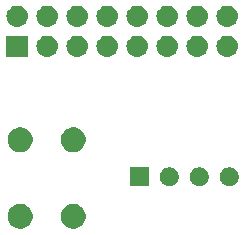
<source format=gbr>
G04 #@! TF.GenerationSoftware,KiCad,Pcbnew,(5.1.2)-1*
G04 #@! TF.CreationDate,2019-04-29T10:05:08+02:00*
G04 #@! TF.ProjectId,RPI FS HAT,52504920-4653-4204-9841-542e6b696361,1*
G04 #@! TF.SameCoordinates,Original*
G04 #@! TF.FileFunction,Soldermask,Bot*
G04 #@! TF.FilePolarity,Negative*
%FSLAX46Y46*%
G04 Gerber Fmt 4.6, Leading zero omitted, Abs format (unit mm)*
G04 Created by KiCad (PCBNEW (5.1.2)-1) date 2019-04-29 10:05:08*
%MOMM*%
%LPD*%
G04 APERTURE LIST*
%ADD10C,0.100000*%
G04 APERTURE END LIST*
D10*
G36*
X184257564Y-72186889D02*
G01*
X184448833Y-72266115D01*
X184448835Y-72266116D01*
X184620973Y-72381135D01*
X184767365Y-72527527D01*
X184882385Y-72699667D01*
X184961611Y-72890936D01*
X185002000Y-73093984D01*
X185002000Y-73301016D01*
X184961611Y-73504064D01*
X184882385Y-73695333D01*
X184882384Y-73695335D01*
X184767365Y-73867473D01*
X184620973Y-74013865D01*
X184448835Y-74128884D01*
X184448834Y-74128885D01*
X184448833Y-74128885D01*
X184257564Y-74208111D01*
X184054516Y-74248500D01*
X183847484Y-74248500D01*
X183644436Y-74208111D01*
X183453167Y-74128885D01*
X183453166Y-74128885D01*
X183453165Y-74128884D01*
X183281027Y-74013865D01*
X183134635Y-73867473D01*
X183019616Y-73695335D01*
X183019615Y-73695333D01*
X182940389Y-73504064D01*
X182900000Y-73301016D01*
X182900000Y-73093984D01*
X182940389Y-72890936D01*
X183019615Y-72699667D01*
X183134635Y-72527527D01*
X183281027Y-72381135D01*
X183453165Y-72266116D01*
X183453167Y-72266115D01*
X183644436Y-72186889D01*
X183847484Y-72146500D01*
X184054516Y-72146500D01*
X184257564Y-72186889D01*
X184257564Y-72186889D01*
G37*
G36*
X179757564Y-72186889D02*
G01*
X179948833Y-72266115D01*
X179948835Y-72266116D01*
X180120973Y-72381135D01*
X180267365Y-72527527D01*
X180382385Y-72699667D01*
X180461611Y-72890936D01*
X180502000Y-73093984D01*
X180502000Y-73301016D01*
X180461611Y-73504064D01*
X180382385Y-73695333D01*
X180382384Y-73695335D01*
X180267365Y-73867473D01*
X180120973Y-74013865D01*
X179948835Y-74128884D01*
X179948834Y-74128885D01*
X179948833Y-74128885D01*
X179757564Y-74208111D01*
X179554516Y-74248500D01*
X179347484Y-74248500D01*
X179144436Y-74208111D01*
X178953167Y-74128885D01*
X178953166Y-74128885D01*
X178953165Y-74128884D01*
X178781027Y-74013865D01*
X178634635Y-73867473D01*
X178519616Y-73695335D01*
X178519615Y-73695333D01*
X178440389Y-73504064D01*
X178400000Y-73301016D01*
X178400000Y-73093984D01*
X178440389Y-72890936D01*
X178519615Y-72699667D01*
X178634635Y-72527527D01*
X178781027Y-72381135D01*
X178953165Y-72266116D01*
X178953167Y-72266115D01*
X179144436Y-72186889D01*
X179347484Y-72146500D01*
X179554516Y-72146500D01*
X179757564Y-72186889D01*
X179757564Y-72186889D01*
G37*
G36*
X197401142Y-69079781D02*
G01*
X197546914Y-69140162D01*
X197546916Y-69140163D01*
X197678108Y-69227822D01*
X197789678Y-69339392D01*
X197877337Y-69470584D01*
X197877338Y-69470586D01*
X197937719Y-69616358D01*
X197968500Y-69771107D01*
X197968500Y-69928893D01*
X197937719Y-70083642D01*
X197877338Y-70229414D01*
X197877337Y-70229416D01*
X197789678Y-70360608D01*
X197678108Y-70472178D01*
X197546916Y-70559837D01*
X197546915Y-70559838D01*
X197546914Y-70559838D01*
X197401142Y-70620219D01*
X197246393Y-70651000D01*
X197088607Y-70651000D01*
X196933858Y-70620219D01*
X196788086Y-70559838D01*
X196788085Y-70559838D01*
X196788084Y-70559837D01*
X196656892Y-70472178D01*
X196545322Y-70360608D01*
X196457663Y-70229416D01*
X196457662Y-70229414D01*
X196397281Y-70083642D01*
X196366500Y-69928893D01*
X196366500Y-69771107D01*
X196397281Y-69616358D01*
X196457662Y-69470586D01*
X196457663Y-69470584D01*
X196545322Y-69339392D01*
X196656892Y-69227822D01*
X196788084Y-69140163D01*
X196788086Y-69140162D01*
X196933858Y-69079781D01*
X197088607Y-69049000D01*
X197246393Y-69049000D01*
X197401142Y-69079781D01*
X197401142Y-69079781D01*
G37*
G36*
X194861142Y-69079781D02*
G01*
X195006914Y-69140162D01*
X195006916Y-69140163D01*
X195138108Y-69227822D01*
X195249678Y-69339392D01*
X195337337Y-69470584D01*
X195337338Y-69470586D01*
X195397719Y-69616358D01*
X195428500Y-69771107D01*
X195428500Y-69928893D01*
X195397719Y-70083642D01*
X195337338Y-70229414D01*
X195337337Y-70229416D01*
X195249678Y-70360608D01*
X195138108Y-70472178D01*
X195006916Y-70559837D01*
X195006915Y-70559838D01*
X195006914Y-70559838D01*
X194861142Y-70620219D01*
X194706393Y-70651000D01*
X194548607Y-70651000D01*
X194393858Y-70620219D01*
X194248086Y-70559838D01*
X194248085Y-70559838D01*
X194248084Y-70559837D01*
X194116892Y-70472178D01*
X194005322Y-70360608D01*
X193917663Y-70229416D01*
X193917662Y-70229414D01*
X193857281Y-70083642D01*
X193826500Y-69928893D01*
X193826500Y-69771107D01*
X193857281Y-69616358D01*
X193917662Y-69470586D01*
X193917663Y-69470584D01*
X194005322Y-69339392D01*
X194116892Y-69227822D01*
X194248084Y-69140163D01*
X194248086Y-69140162D01*
X194393858Y-69079781D01*
X194548607Y-69049000D01*
X194706393Y-69049000D01*
X194861142Y-69079781D01*
X194861142Y-69079781D01*
G37*
G36*
X192321142Y-69079781D02*
G01*
X192466914Y-69140162D01*
X192466916Y-69140163D01*
X192598108Y-69227822D01*
X192709678Y-69339392D01*
X192797337Y-69470584D01*
X192797338Y-69470586D01*
X192857719Y-69616358D01*
X192888500Y-69771107D01*
X192888500Y-69928893D01*
X192857719Y-70083642D01*
X192797338Y-70229414D01*
X192797337Y-70229416D01*
X192709678Y-70360608D01*
X192598108Y-70472178D01*
X192466916Y-70559837D01*
X192466915Y-70559838D01*
X192466914Y-70559838D01*
X192321142Y-70620219D01*
X192166393Y-70651000D01*
X192008607Y-70651000D01*
X191853858Y-70620219D01*
X191708086Y-70559838D01*
X191708085Y-70559838D01*
X191708084Y-70559837D01*
X191576892Y-70472178D01*
X191465322Y-70360608D01*
X191377663Y-70229416D01*
X191377662Y-70229414D01*
X191317281Y-70083642D01*
X191286500Y-69928893D01*
X191286500Y-69771107D01*
X191317281Y-69616358D01*
X191377662Y-69470586D01*
X191377663Y-69470584D01*
X191465322Y-69339392D01*
X191576892Y-69227822D01*
X191708084Y-69140163D01*
X191708086Y-69140162D01*
X191853858Y-69079781D01*
X192008607Y-69049000D01*
X192166393Y-69049000D01*
X192321142Y-69079781D01*
X192321142Y-69079781D01*
G37*
G36*
X190348500Y-70651000D02*
G01*
X188746500Y-70651000D01*
X188746500Y-69049000D01*
X190348500Y-69049000D01*
X190348500Y-70651000D01*
X190348500Y-70651000D01*
G37*
G36*
X179757564Y-65686889D02*
G01*
X179948833Y-65766115D01*
X179948835Y-65766116D01*
X180120973Y-65881135D01*
X180267365Y-66027527D01*
X180382385Y-66199667D01*
X180461611Y-66390936D01*
X180502000Y-66593984D01*
X180502000Y-66801016D01*
X180461611Y-67004064D01*
X180382385Y-67195333D01*
X180382384Y-67195335D01*
X180267365Y-67367473D01*
X180120973Y-67513865D01*
X179948835Y-67628884D01*
X179948834Y-67628885D01*
X179948833Y-67628885D01*
X179757564Y-67708111D01*
X179554516Y-67748500D01*
X179347484Y-67748500D01*
X179144436Y-67708111D01*
X178953167Y-67628885D01*
X178953166Y-67628885D01*
X178953165Y-67628884D01*
X178781027Y-67513865D01*
X178634635Y-67367473D01*
X178519616Y-67195335D01*
X178519615Y-67195333D01*
X178440389Y-67004064D01*
X178400000Y-66801016D01*
X178400000Y-66593984D01*
X178440389Y-66390936D01*
X178519615Y-66199667D01*
X178634635Y-66027527D01*
X178781027Y-65881135D01*
X178953165Y-65766116D01*
X178953167Y-65766115D01*
X179144436Y-65686889D01*
X179347484Y-65646500D01*
X179554516Y-65646500D01*
X179757564Y-65686889D01*
X179757564Y-65686889D01*
G37*
G36*
X184257564Y-65686889D02*
G01*
X184448833Y-65766115D01*
X184448835Y-65766116D01*
X184620973Y-65881135D01*
X184767365Y-66027527D01*
X184882385Y-66199667D01*
X184961611Y-66390936D01*
X185002000Y-66593984D01*
X185002000Y-66801016D01*
X184961611Y-67004064D01*
X184882385Y-67195333D01*
X184882384Y-67195335D01*
X184767365Y-67367473D01*
X184620973Y-67513865D01*
X184448835Y-67628884D01*
X184448834Y-67628885D01*
X184448833Y-67628885D01*
X184257564Y-67708111D01*
X184054516Y-67748500D01*
X183847484Y-67748500D01*
X183644436Y-67708111D01*
X183453167Y-67628885D01*
X183453166Y-67628885D01*
X183453165Y-67628884D01*
X183281027Y-67513865D01*
X183134635Y-67367473D01*
X183019616Y-67195335D01*
X183019615Y-67195333D01*
X182940389Y-67004064D01*
X182900000Y-66801016D01*
X182900000Y-66593984D01*
X182940389Y-66390936D01*
X183019615Y-66199667D01*
X183134635Y-66027527D01*
X183281027Y-65881135D01*
X183453165Y-65766116D01*
X183453167Y-65766115D01*
X183644436Y-65686889D01*
X183847484Y-65646500D01*
X184054516Y-65646500D01*
X184257564Y-65686889D01*
X184257564Y-65686889D01*
G37*
G36*
X189467443Y-57906519D02*
G01*
X189533627Y-57913037D01*
X189703466Y-57964557D01*
X189859991Y-58048222D01*
X189895729Y-58077552D01*
X189997186Y-58160814D01*
X190080448Y-58262271D01*
X190109778Y-58298009D01*
X190193443Y-58454534D01*
X190244963Y-58624373D01*
X190262359Y-58801000D01*
X190244963Y-58977627D01*
X190193443Y-59147466D01*
X190109778Y-59303991D01*
X190080448Y-59339729D01*
X189997186Y-59441186D01*
X189895729Y-59524448D01*
X189859991Y-59553778D01*
X189703466Y-59637443D01*
X189533627Y-59688963D01*
X189467443Y-59695481D01*
X189401260Y-59702000D01*
X189312740Y-59702000D01*
X189246557Y-59695481D01*
X189180373Y-59688963D01*
X189010534Y-59637443D01*
X188854009Y-59553778D01*
X188818271Y-59524448D01*
X188716814Y-59441186D01*
X188633552Y-59339729D01*
X188604222Y-59303991D01*
X188520557Y-59147466D01*
X188469037Y-58977627D01*
X188451641Y-58801000D01*
X188469037Y-58624373D01*
X188520557Y-58454534D01*
X188604222Y-58298009D01*
X188633552Y-58262271D01*
X188716814Y-58160814D01*
X188818271Y-58077552D01*
X188854009Y-58048222D01*
X189010534Y-57964557D01*
X189180373Y-57913037D01*
X189246557Y-57906519D01*
X189312740Y-57900000D01*
X189401260Y-57900000D01*
X189467443Y-57906519D01*
X189467443Y-57906519D01*
G37*
G36*
X180098000Y-59702000D02*
G01*
X178296000Y-59702000D01*
X178296000Y-57900000D01*
X180098000Y-57900000D01*
X180098000Y-59702000D01*
X180098000Y-59702000D01*
G37*
G36*
X181847443Y-57906519D02*
G01*
X181913627Y-57913037D01*
X182083466Y-57964557D01*
X182239991Y-58048222D01*
X182275729Y-58077552D01*
X182377186Y-58160814D01*
X182460448Y-58262271D01*
X182489778Y-58298009D01*
X182573443Y-58454534D01*
X182624963Y-58624373D01*
X182642359Y-58801000D01*
X182624963Y-58977627D01*
X182573443Y-59147466D01*
X182489778Y-59303991D01*
X182460448Y-59339729D01*
X182377186Y-59441186D01*
X182275729Y-59524448D01*
X182239991Y-59553778D01*
X182083466Y-59637443D01*
X181913627Y-59688963D01*
X181847443Y-59695481D01*
X181781260Y-59702000D01*
X181692740Y-59702000D01*
X181626557Y-59695481D01*
X181560373Y-59688963D01*
X181390534Y-59637443D01*
X181234009Y-59553778D01*
X181198271Y-59524448D01*
X181096814Y-59441186D01*
X181013552Y-59339729D01*
X180984222Y-59303991D01*
X180900557Y-59147466D01*
X180849037Y-58977627D01*
X180831641Y-58801000D01*
X180849037Y-58624373D01*
X180900557Y-58454534D01*
X180984222Y-58298009D01*
X181013552Y-58262271D01*
X181096814Y-58160814D01*
X181198271Y-58077552D01*
X181234009Y-58048222D01*
X181390534Y-57964557D01*
X181560373Y-57913037D01*
X181626557Y-57906519D01*
X181692740Y-57900000D01*
X181781260Y-57900000D01*
X181847443Y-57906519D01*
X181847443Y-57906519D01*
G37*
G36*
X186927443Y-57906519D02*
G01*
X186993627Y-57913037D01*
X187163466Y-57964557D01*
X187319991Y-58048222D01*
X187355729Y-58077552D01*
X187457186Y-58160814D01*
X187540448Y-58262271D01*
X187569778Y-58298009D01*
X187653443Y-58454534D01*
X187704963Y-58624373D01*
X187722359Y-58801000D01*
X187704963Y-58977627D01*
X187653443Y-59147466D01*
X187569778Y-59303991D01*
X187540448Y-59339729D01*
X187457186Y-59441186D01*
X187355729Y-59524448D01*
X187319991Y-59553778D01*
X187163466Y-59637443D01*
X186993627Y-59688963D01*
X186927443Y-59695481D01*
X186861260Y-59702000D01*
X186772740Y-59702000D01*
X186706557Y-59695481D01*
X186640373Y-59688963D01*
X186470534Y-59637443D01*
X186314009Y-59553778D01*
X186278271Y-59524448D01*
X186176814Y-59441186D01*
X186093552Y-59339729D01*
X186064222Y-59303991D01*
X185980557Y-59147466D01*
X185929037Y-58977627D01*
X185911641Y-58801000D01*
X185929037Y-58624373D01*
X185980557Y-58454534D01*
X186064222Y-58298009D01*
X186093552Y-58262271D01*
X186176814Y-58160814D01*
X186278271Y-58077552D01*
X186314009Y-58048222D01*
X186470534Y-57964557D01*
X186640373Y-57913037D01*
X186706557Y-57906519D01*
X186772740Y-57900000D01*
X186861260Y-57900000D01*
X186927443Y-57906519D01*
X186927443Y-57906519D01*
G37*
G36*
X192007443Y-57906519D02*
G01*
X192073627Y-57913037D01*
X192243466Y-57964557D01*
X192399991Y-58048222D01*
X192435729Y-58077552D01*
X192537186Y-58160814D01*
X192620448Y-58262271D01*
X192649778Y-58298009D01*
X192733443Y-58454534D01*
X192784963Y-58624373D01*
X192802359Y-58801000D01*
X192784963Y-58977627D01*
X192733443Y-59147466D01*
X192649778Y-59303991D01*
X192620448Y-59339729D01*
X192537186Y-59441186D01*
X192435729Y-59524448D01*
X192399991Y-59553778D01*
X192243466Y-59637443D01*
X192073627Y-59688963D01*
X192007443Y-59695481D01*
X191941260Y-59702000D01*
X191852740Y-59702000D01*
X191786557Y-59695481D01*
X191720373Y-59688963D01*
X191550534Y-59637443D01*
X191394009Y-59553778D01*
X191358271Y-59524448D01*
X191256814Y-59441186D01*
X191173552Y-59339729D01*
X191144222Y-59303991D01*
X191060557Y-59147466D01*
X191009037Y-58977627D01*
X190991641Y-58801000D01*
X191009037Y-58624373D01*
X191060557Y-58454534D01*
X191144222Y-58298009D01*
X191173552Y-58262271D01*
X191256814Y-58160814D01*
X191358271Y-58077552D01*
X191394009Y-58048222D01*
X191550534Y-57964557D01*
X191720373Y-57913037D01*
X191786557Y-57906519D01*
X191852740Y-57900000D01*
X191941260Y-57900000D01*
X192007443Y-57906519D01*
X192007443Y-57906519D01*
G37*
G36*
X194547443Y-57906519D02*
G01*
X194613627Y-57913037D01*
X194783466Y-57964557D01*
X194939991Y-58048222D01*
X194975729Y-58077552D01*
X195077186Y-58160814D01*
X195160448Y-58262271D01*
X195189778Y-58298009D01*
X195273443Y-58454534D01*
X195324963Y-58624373D01*
X195342359Y-58801000D01*
X195324963Y-58977627D01*
X195273443Y-59147466D01*
X195189778Y-59303991D01*
X195160448Y-59339729D01*
X195077186Y-59441186D01*
X194975729Y-59524448D01*
X194939991Y-59553778D01*
X194783466Y-59637443D01*
X194613627Y-59688963D01*
X194547443Y-59695481D01*
X194481260Y-59702000D01*
X194392740Y-59702000D01*
X194326557Y-59695481D01*
X194260373Y-59688963D01*
X194090534Y-59637443D01*
X193934009Y-59553778D01*
X193898271Y-59524448D01*
X193796814Y-59441186D01*
X193713552Y-59339729D01*
X193684222Y-59303991D01*
X193600557Y-59147466D01*
X193549037Y-58977627D01*
X193531641Y-58801000D01*
X193549037Y-58624373D01*
X193600557Y-58454534D01*
X193684222Y-58298009D01*
X193713552Y-58262271D01*
X193796814Y-58160814D01*
X193898271Y-58077552D01*
X193934009Y-58048222D01*
X194090534Y-57964557D01*
X194260373Y-57913037D01*
X194326557Y-57906519D01*
X194392740Y-57900000D01*
X194481260Y-57900000D01*
X194547443Y-57906519D01*
X194547443Y-57906519D01*
G37*
G36*
X197087443Y-57906519D02*
G01*
X197153627Y-57913037D01*
X197323466Y-57964557D01*
X197479991Y-58048222D01*
X197515729Y-58077552D01*
X197617186Y-58160814D01*
X197700448Y-58262271D01*
X197729778Y-58298009D01*
X197813443Y-58454534D01*
X197864963Y-58624373D01*
X197882359Y-58801000D01*
X197864963Y-58977627D01*
X197813443Y-59147466D01*
X197729778Y-59303991D01*
X197700448Y-59339729D01*
X197617186Y-59441186D01*
X197515729Y-59524448D01*
X197479991Y-59553778D01*
X197323466Y-59637443D01*
X197153627Y-59688963D01*
X197087443Y-59695481D01*
X197021260Y-59702000D01*
X196932740Y-59702000D01*
X196866557Y-59695481D01*
X196800373Y-59688963D01*
X196630534Y-59637443D01*
X196474009Y-59553778D01*
X196438271Y-59524448D01*
X196336814Y-59441186D01*
X196253552Y-59339729D01*
X196224222Y-59303991D01*
X196140557Y-59147466D01*
X196089037Y-58977627D01*
X196071641Y-58801000D01*
X196089037Y-58624373D01*
X196140557Y-58454534D01*
X196224222Y-58298009D01*
X196253552Y-58262271D01*
X196336814Y-58160814D01*
X196438271Y-58077552D01*
X196474009Y-58048222D01*
X196630534Y-57964557D01*
X196800373Y-57913037D01*
X196866557Y-57906519D01*
X196932740Y-57900000D01*
X197021260Y-57900000D01*
X197087443Y-57906519D01*
X197087443Y-57906519D01*
G37*
G36*
X184387443Y-57906519D02*
G01*
X184453627Y-57913037D01*
X184623466Y-57964557D01*
X184779991Y-58048222D01*
X184815729Y-58077552D01*
X184917186Y-58160814D01*
X185000448Y-58262271D01*
X185029778Y-58298009D01*
X185113443Y-58454534D01*
X185164963Y-58624373D01*
X185182359Y-58801000D01*
X185164963Y-58977627D01*
X185113443Y-59147466D01*
X185029778Y-59303991D01*
X185000448Y-59339729D01*
X184917186Y-59441186D01*
X184815729Y-59524448D01*
X184779991Y-59553778D01*
X184623466Y-59637443D01*
X184453627Y-59688963D01*
X184387443Y-59695481D01*
X184321260Y-59702000D01*
X184232740Y-59702000D01*
X184166557Y-59695481D01*
X184100373Y-59688963D01*
X183930534Y-59637443D01*
X183774009Y-59553778D01*
X183738271Y-59524448D01*
X183636814Y-59441186D01*
X183553552Y-59339729D01*
X183524222Y-59303991D01*
X183440557Y-59147466D01*
X183389037Y-58977627D01*
X183371641Y-58801000D01*
X183389037Y-58624373D01*
X183440557Y-58454534D01*
X183524222Y-58298009D01*
X183553552Y-58262271D01*
X183636814Y-58160814D01*
X183738271Y-58077552D01*
X183774009Y-58048222D01*
X183930534Y-57964557D01*
X184100373Y-57913037D01*
X184166557Y-57906519D01*
X184232740Y-57900000D01*
X184321260Y-57900000D01*
X184387443Y-57906519D01*
X184387443Y-57906519D01*
G37*
G36*
X192007442Y-55366518D02*
G01*
X192073627Y-55373037D01*
X192243466Y-55424557D01*
X192399991Y-55508222D01*
X192435729Y-55537552D01*
X192537186Y-55620814D01*
X192620448Y-55722271D01*
X192649778Y-55758009D01*
X192733443Y-55914534D01*
X192784963Y-56084373D01*
X192802359Y-56261000D01*
X192784963Y-56437627D01*
X192733443Y-56607466D01*
X192649778Y-56763991D01*
X192620448Y-56799729D01*
X192537186Y-56901186D01*
X192435729Y-56984448D01*
X192399991Y-57013778D01*
X192243466Y-57097443D01*
X192073627Y-57148963D01*
X192007443Y-57155481D01*
X191941260Y-57162000D01*
X191852740Y-57162000D01*
X191786557Y-57155481D01*
X191720373Y-57148963D01*
X191550534Y-57097443D01*
X191394009Y-57013778D01*
X191358271Y-56984448D01*
X191256814Y-56901186D01*
X191173552Y-56799729D01*
X191144222Y-56763991D01*
X191060557Y-56607466D01*
X191009037Y-56437627D01*
X190991641Y-56261000D01*
X191009037Y-56084373D01*
X191060557Y-55914534D01*
X191144222Y-55758009D01*
X191173552Y-55722271D01*
X191256814Y-55620814D01*
X191358271Y-55537552D01*
X191394009Y-55508222D01*
X191550534Y-55424557D01*
X191720373Y-55373037D01*
X191786558Y-55366518D01*
X191852740Y-55360000D01*
X191941260Y-55360000D01*
X192007442Y-55366518D01*
X192007442Y-55366518D01*
G37*
G36*
X197087442Y-55366518D02*
G01*
X197153627Y-55373037D01*
X197323466Y-55424557D01*
X197479991Y-55508222D01*
X197515729Y-55537552D01*
X197617186Y-55620814D01*
X197700448Y-55722271D01*
X197729778Y-55758009D01*
X197813443Y-55914534D01*
X197864963Y-56084373D01*
X197882359Y-56261000D01*
X197864963Y-56437627D01*
X197813443Y-56607466D01*
X197729778Y-56763991D01*
X197700448Y-56799729D01*
X197617186Y-56901186D01*
X197515729Y-56984448D01*
X197479991Y-57013778D01*
X197323466Y-57097443D01*
X197153627Y-57148963D01*
X197087443Y-57155481D01*
X197021260Y-57162000D01*
X196932740Y-57162000D01*
X196866557Y-57155481D01*
X196800373Y-57148963D01*
X196630534Y-57097443D01*
X196474009Y-57013778D01*
X196438271Y-56984448D01*
X196336814Y-56901186D01*
X196253552Y-56799729D01*
X196224222Y-56763991D01*
X196140557Y-56607466D01*
X196089037Y-56437627D01*
X196071641Y-56261000D01*
X196089037Y-56084373D01*
X196140557Y-55914534D01*
X196224222Y-55758009D01*
X196253552Y-55722271D01*
X196336814Y-55620814D01*
X196438271Y-55537552D01*
X196474009Y-55508222D01*
X196630534Y-55424557D01*
X196800373Y-55373037D01*
X196866558Y-55366518D01*
X196932740Y-55360000D01*
X197021260Y-55360000D01*
X197087442Y-55366518D01*
X197087442Y-55366518D01*
G37*
G36*
X194547442Y-55366518D02*
G01*
X194613627Y-55373037D01*
X194783466Y-55424557D01*
X194939991Y-55508222D01*
X194975729Y-55537552D01*
X195077186Y-55620814D01*
X195160448Y-55722271D01*
X195189778Y-55758009D01*
X195273443Y-55914534D01*
X195324963Y-56084373D01*
X195342359Y-56261000D01*
X195324963Y-56437627D01*
X195273443Y-56607466D01*
X195189778Y-56763991D01*
X195160448Y-56799729D01*
X195077186Y-56901186D01*
X194975729Y-56984448D01*
X194939991Y-57013778D01*
X194783466Y-57097443D01*
X194613627Y-57148963D01*
X194547443Y-57155481D01*
X194481260Y-57162000D01*
X194392740Y-57162000D01*
X194326557Y-57155481D01*
X194260373Y-57148963D01*
X194090534Y-57097443D01*
X193934009Y-57013778D01*
X193898271Y-56984448D01*
X193796814Y-56901186D01*
X193713552Y-56799729D01*
X193684222Y-56763991D01*
X193600557Y-56607466D01*
X193549037Y-56437627D01*
X193531641Y-56261000D01*
X193549037Y-56084373D01*
X193600557Y-55914534D01*
X193684222Y-55758009D01*
X193713552Y-55722271D01*
X193796814Y-55620814D01*
X193898271Y-55537552D01*
X193934009Y-55508222D01*
X194090534Y-55424557D01*
X194260373Y-55373037D01*
X194326558Y-55366518D01*
X194392740Y-55360000D01*
X194481260Y-55360000D01*
X194547442Y-55366518D01*
X194547442Y-55366518D01*
G37*
G36*
X189467442Y-55366518D02*
G01*
X189533627Y-55373037D01*
X189703466Y-55424557D01*
X189859991Y-55508222D01*
X189895729Y-55537552D01*
X189997186Y-55620814D01*
X190080448Y-55722271D01*
X190109778Y-55758009D01*
X190193443Y-55914534D01*
X190244963Y-56084373D01*
X190262359Y-56261000D01*
X190244963Y-56437627D01*
X190193443Y-56607466D01*
X190109778Y-56763991D01*
X190080448Y-56799729D01*
X189997186Y-56901186D01*
X189895729Y-56984448D01*
X189859991Y-57013778D01*
X189703466Y-57097443D01*
X189533627Y-57148963D01*
X189467443Y-57155481D01*
X189401260Y-57162000D01*
X189312740Y-57162000D01*
X189246557Y-57155481D01*
X189180373Y-57148963D01*
X189010534Y-57097443D01*
X188854009Y-57013778D01*
X188818271Y-56984448D01*
X188716814Y-56901186D01*
X188633552Y-56799729D01*
X188604222Y-56763991D01*
X188520557Y-56607466D01*
X188469037Y-56437627D01*
X188451641Y-56261000D01*
X188469037Y-56084373D01*
X188520557Y-55914534D01*
X188604222Y-55758009D01*
X188633552Y-55722271D01*
X188716814Y-55620814D01*
X188818271Y-55537552D01*
X188854009Y-55508222D01*
X189010534Y-55424557D01*
X189180373Y-55373037D01*
X189246558Y-55366518D01*
X189312740Y-55360000D01*
X189401260Y-55360000D01*
X189467442Y-55366518D01*
X189467442Y-55366518D01*
G37*
G36*
X186927442Y-55366518D02*
G01*
X186993627Y-55373037D01*
X187163466Y-55424557D01*
X187319991Y-55508222D01*
X187355729Y-55537552D01*
X187457186Y-55620814D01*
X187540448Y-55722271D01*
X187569778Y-55758009D01*
X187653443Y-55914534D01*
X187704963Y-56084373D01*
X187722359Y-56261000D01*
X187704963Y-56437627D01*
X187653443Y-56607466D01*
X187569778Y-56763991D01*
X187540448Y-56799729D01*
X187457186Y-56901186D01*
X187355729Y-56984448D01*
X187319991Y-57013778D01*
X187163466Y-57097443D01*
X186993627Y-57148963D01*
X186927443Y-57155481D01*
X186861260Y-57162000D01*
X186772740Y-57162000D01*
X186706557Y-57155481D01*
X186640373Y-57148963D01*
X186470534Y-57097443D01*
X186314009Y-57013778D01*
X186278271Y-56984448D01*
X186176814Y-56901186D01*
X186093552Y-56799729D01*
X186064222Y-56763991D01*
X185980557Y-56607466D01*
X185929037Y-56437627D01*
X185911641Y-56261000D01*
X185929037Y-56084373D01*
X185980557Y-55914534D01*
X186064222Y-55758009D01*
X186093552Y-55722271D01*
X186176814Y-55620814D01*
X186278271Y-55537552D01*
X186314009Y-55508222D01*
X186470534Y-55424557D01*
X186640373Y-55373037D01*
X186706558Y-55366518D01*
X186772740Y-55360000D01*
X186861260Y-55360000D01*
X186927442Y-55366518D01*
X186927442Y-55366518D01*
G37*
G36*
X184387442Y-55366518D02*
G01*
X184453627Y-55373037D01*
X184623466Y-55424557D01*
X184779991Y-55508222D01*
X184815729Y-55537552D01*
X184917186Y-55620814D01*
X185000448Y-55722271D01*
X185029778Y-55758009D01*
X185113443Y-55914534D01*
X185164963Y-56084373D01*
X185182359Y-56261000D01*
X185164963Y-56437627D01*
X185113443Y-56607466D01*
X185029778Y-56763991D01*
X185000448Y-56799729D01*
X184917186Y-56901186D01*
X184815729Y-56984448D01*
X184779991Y-57013778D01*
X184623466Y-57097443D01*
X184453627Y-57148963D01*
X184387443Y-57155481D01*
X184321260Y-57162000D01*
X184232740Y-57162000D01*
X184166557Y-57155481D01*
X184100373Y-57148963D01*
X183930534Y-57097443D01*
X183774009Y-57013778D01*
X183738271Y-56984448D01*
X183636814Y-56901186D01*
X183553552Y-56799729D01*
X183524222Y-56763991D01*
X183440557Y-56607466D01*
X183389037Y-56437627D01*
X183371641Y-56261000D01*
X183389037Y-56084373D01*
X183440557Y-55914534D01*
X183524222Y-55758009D01*
X183553552Y-55722271D01*
X183636814Y-55620814D01*
X183738271Y-55537552D01*
X183774009Y-55508222D01*
X183930534Y-55424557D01*
X184100373Y-55373037D01*
X184166558Y-55366518D01*
X184232740Y-55360000D01*
X184321260Y-55360000D01*
X184387442Y-55366518D01*
X184387442Y-55366518D01*
G37*
G36*
X181847442Y-55366518D02*
G01*
X181913627Y-55373037D01*
X182083466Y-55424557D01*
X182239991Y-55508222D01*
X182275729Y-55537552D01*
X182377186Y-55620814D01*
X182460448Y-55722271D01*
X182489778Y-55758009D01*
X182573443Y-55914534D01*
X182624963Y-56084373D01*
X182642359Y-56261000D01*
X182624963Y-56437627D01*
X182573443Y-56607466D01*
X182489778Y-56763991D01*
X182460448Y-56799729D01*
X182377186Y-56901186D01*
X182275729Y-56984448D01*
X182239991Y-57013778D01*
X182083466Y-57097443D01*
X181913627Y-57148963D01*
X181847443Y-57155481D01*
X181781260Y-57162000D01*
X181692740Y-57162000D01*
X181626557Y-57155481D01*
X181560373Y-57148963D01*
X181390534Y-57097443D01*
X181234009Y-57013778D01*
X181198271Y-56984448D01*
X181096814Y-56901186D01*
X181013552Y-56799729D01*
X180984222Y-56763991D01*
X180900557Y-56607466D01*
X180849037Y-56437627D01*
X180831641Y-56261000D01*
X180849037Y-56084373D01*
X180900557Y-55914534D01*
X180984222Y-55758009D01*
X181013552Y-55722271D01*
X181096814Y-55620814D01*
X181198271Y-55537552D01*
X181234009Y-55508222D01*
X181390534Y-55424557D01*
X181560373Y-55373037D01*
X181626558Y-55366518D01*
X181692740Y-55360000D01*
X181781260Y-55360000D01*
X181847442Y-55366518D01*
X181847442Y-55366518D01*
G37*
G36*
X179307442Y-55366518D02*
G01*
X179373627Y-55373037D01*
X179543466Y-55424557D01*
X179699991Y-55508222D01*
X179735729Y-55537552D01*
X179837186Y-55620814D01*
X179920448Y-55722271D01*
X179949778Y-55758009D01*
X180033443Y-55914534D01*
X180084963Y-56084373D01*
X180102359Y-56261000D01*
X180084963Y-56437627D01*
X180033443Y-56607466D01*
X179949778Y-56763991D01*
X179920448Y-56799729D01*
X179837186Y-56901186D01*
X179735729Y-56984448D01*
X179699991Y-57013778D01*
X179543466Y-57097443D01*
X179373627Y-57148963D01*
X179307443Y-57155481D01*
X179241260Y-57162000D01*
X179152740Y-57162000D01*
X179086557Y-57155481D01*
X179020373Y-57148963D01*
X178850534Y-57097443D01*
X178694009Y-57013778D01*
X178658271Y-56984448D01*
X178556814Y-56901186D01*
X178473552Y-56799729D01*
X178444222Y-56763991D01*
X178360557Y-56607466D01*
X178309037Y-56437627D01*
X178291641Y-56261000D01*
X178309037Y-56084373D01*
X178360557Y-55914534D01*
X178444222Y-55758009D01*
X178473552Y-55722271D01*
X178556814Y-55620814D01*
X178658271Y-55537552D01*
X178694009Y-55508222D01*
X178850534Y-55424557D01*
X179020373Y-55373037D01*
X179086558Y-55366518D01*
X179152740Y-55360000D01*
X179241260Y-55360000D01*
X179307442Y-55366518D01*
X179307442Y-55366518D01*
G37*
M02*

</source>
